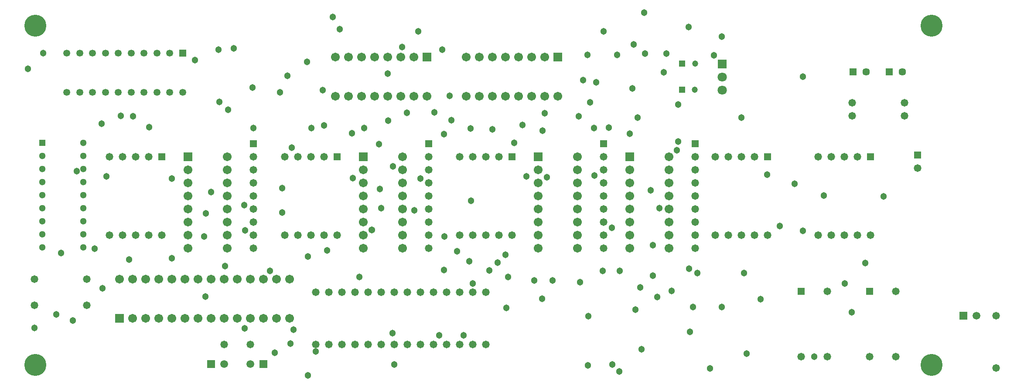
<source format=gbs>
G04*
G04 #@! TF.GenerationSoftware,Altium Limited,Altium Designer,22.10.1 (41)*
G04*
G04 Layer_Color=16711935*
%FSLAX44Y44*%
%MOMM*%
G71*
G04*
G04 #@! TF.SameCoordinates,F08F2889-53CF-420F-BFEE-BD02D6E72818*
G04*
G04*
G04 #@! TF.FilePolarity,Negative*
G04*
G01*
G75*
%ADD17C,1.4732*%
%ADD18R,1.5032X1.5032*%
%ADD19C,1.5032*%
%ADD20R,1.4732X1.4732*%
%ADD21R,1.4732X1.4732*%
%ADD22C,4.2672*%
%ADD23R,1.7032X1.7032*%
%ADD24C,1.7032*%
%ADD25R,1.3500X1.3500*%
%ADD26C,1.3500*%
%ADD27C,1.8032*%
%ADD28R,1.8032X1.8032*%
%ADD29C,1.2000*%
%ADD30R,1.2000X1.2000*%
%ADD31R,1.3000X1.3000*%
%ADD32C,1.3000*%
%ADD33C,1.4500*%
%ADD34R,1.4500X1.4500*%
%ADD35R,1.7032X1.7032*%
%ADD36C,1.3032*%
D17*
X1905000Y-604100D02*
D03*
Y-705700D02*
D03*
X463400Y-295000D02*
D03*
Y-320400D02*
D03*
Y-345800D02*
D03*
Y-371200D02*
D03*
Y-396600D02*
D03*
Y-422000D02*
D03*
Y-447400D02*
D03*
Y-472800D02*
D03*
X803400Y-295000D02*
D03*
Y-320400D02*
D03*
Y-345800D02*
D03*
Y-371200D02*
D03*
Y-396600D02*
D03*
Y-422000D02*
D03*
Y-447400D02*
D03*
Y-472800D02*
D03*
X1143400Y-295000D02*
D03*
Y-320400D02*
D03*
Y-345800D02*
D03*
Y-371200D02*
D03*
Y-396600D02*
D03*
Y-422000D02*
D03*
Y-447400D02*
D03*
Y-472800D02*
D03*
X1321200Y-295000D02*
D03*
Y-320400D02*
D03*
Y-345800D02*
D03*
Y-371200D02*
D03*
Y-396600D02*
D03*
Y-422000D02*
D03*
Y-447400D02*
D03*
Y-472800D02*
D03*
X1526600Y-683500D02*
D03*
X1577400Y-556500D02*
D03*
Y-683500D02*
D03*
X1659600D02*
D03*
X1710400Y-556500D02*
D03*
Y-683500D02*
D03*
X1752600Y-317500D02*
D03*
X406400Y-660400D02*
D03*
X457200D02*
D03*
X584200D02*
D03*
Y-558800D02*
D03*
X609600D02*
D03*
Y-660400D02*
D03*
X635000D02*
D03*
Y-558800D02*
D03*
X660400D02*
D03*
Y-660400D02*
D03*
X685800D02*
D03*
Y-558800D02*
D03*
X711200D02*
D03*
Y-660400D02*
D03*
X736600D02*
D03*
Y-558800D02*
D03*
X762000D02*
D03*
Y-660400D02*
D03*
X787400Y-558800D02*
D03*
Y-660400D02*
D03*
X812800Y-558800D02*
D03*
Y-660400D02*
D03*
X838200Y-558800D02*
D03*
Y-660400D02*
D03*
X863600Y-558800D02*
D03*
Y-660400D02*
D03*
X889000D02*
D03*
Y-558800D02*
D03*
X914400D02*
D03*
Y-660400D02*
D03*
X1727200Y-190500D02*
D03*
X1625600D02*
D03*
X1727200Y-215900D02*
D03*
X1625600D02*
D03*
X38100Y-533400D02*
D03*
X139700D02*
D03*
X38100Y-584200D02*
D03*
X139700D02*
D03*
X184000Y-447400D02*
D03*
X209400D02*
D03*
X234800D02*
D03*
X260200D02*
D03*
X285600D02*
D03*
X184000Y-295000D02*
D03*
X209400D02*
D03*
X260200D02*
D03*
X234800D02*
D03*
X524000Y-447400D02*
D03*
X549400D02*
D03*
X574800D02*
D03*
X600200D02*
D03*
X625600D02*
D03*
X524000Y-295000D02*
D03*
X549400D02*
D03*
X600200D02*
D03*
X574800D02*
D03*
X864000Y-447400D02*
D03*
X889400D02*
D03*
X914800D02*
D03*
X940200D02*
D03*
X965600D02*
D03*
X864000Y-295000D02*
D03*
X889400D02*
D03*
X940200D02*
D03*
X914800D02*
D03*
X1360000Y-447400D02*
D03*
X1385400D02*
D03*
X1410800D02*
D03*
X1436200D02*
D03*
X1461600D02*
D03*
X1360000Y-295000D02*
D03*
X1385400D02*
D03*
X1436200D02*
D03*
X1410800D02*
D03*
X1560000Y-447400D02*
D03*
X1585400D02*
D03*
X1610800D02*
D03*
X1636200D02*
D03*
X1661600D02*
D03*
X1560000Y-295000D02*
D03*
X1585400D02*
D03*
X1636200D02*
D03*
X1610800D02*
D03*
D18*
X1841500Y-604100D02*
D03*
X381000Y-698500D02*
D03*
X482600D02*
D03*
D19*
X1866900Y-604100D02*
D03*
X406400Y-698500D02*
D03*
X457200D02*
D03*
D20*
X463400Y-269600D02*
D03*
X803400D02*
D03*
X1143400D02*
D03*
X1321200D02*
D03*
X1526600Y-556500D02*
D03*
X1659600D02*
D03*
X1752600Y-292100D02*
D03*
D21*
X285600Y-295000D02*
D03*
X625600D02*
D03*
X965600D02*
D03*
X1461600D02*
D03*
X1661600D02*
D03*
D22*
X40000Y-40000D02*
D03*
X1780000D02*
D03*
Y-700000D02*
D03*
X40000D02*
D03*
D23*
X1054100Y-101600D02*
D03*
X203200Y-609600D02*
D03*
X800100Y-101600D02*
D03*
D24*
X1028700D02*
D03*
X1003300D02*
D03*
X977900D02*
D03*
X952500D02*
D03*
X927100D02*
D03*
X901700D02*
D03*
X876300D02*
D03*
X1054100Y-177800D02*
D03*
X1028700D02*
D03*
X1003300D02*
D03*
X977900D02*
D03*
X952500D02*
D03*
X927100D02*
D03*
X901700D02*
D03*
X876300D02*
D03*
X228600Y-609600D02*
D03*
X254000D02*
D03*
X279400D02*
D03*
X304800D02*
D03*
X330200D02*
D03*
X355600D02*
D03*
X381000D02*
D03*
X406400D02*
D03*
X431800D02*
D03*
X457200D02*
D03*
X482600D02*
D03*
X508000D02*
D03*
X533400D02*
D03*
X203200Y-533400D02*
D03*
X228600D02*
D03*
X254000D02*
D03*
X279400D02*
D03*
X304800D02*
D03*
X330200D02*
D03*
X355600D02*
D03*
X381000D02*
D03*
X406400D02*
D03*
X431800D02*
D03*
X457200D02*
D03*
X482600D02*
D03*
X508000D02*
D03*
X533400D02*
D03*
X336400Y-320400D02*
D03*
Y-345800D02*
D03*
Y-371200D02*
D03*
Y-396600D02*
D03*
Y-422000D02*
D03*
Y-447400D02*
D03*
Y-472800D02*
D03*
X412600Y-295000D02*
D03*
Y-320400D02*
D03*
Y-345800D02*
D03*
Y-371200D02*
D03*
Y-396600D02*
D03*
Y-422000D02*
D03*
Y-447400D02*
D03*
Y-472800D02*
D03*
X622300Y-177800D02*
D03*
X647700D02*
D03*
X673100D02*
D03*
X698500D02*
D03*
X723900D02*
D03*
X749300D02*
D03*
X774700D02*
D03*
X800100D02*
D03*
X622300Y-101600D02*
D03*
X647700D02*
D03*
X673100D02*
D03*
X698500D02*
D03*
X723900D02*
D03*
X749300D02*
D03*
X774700D02*
D03*
X1270400Y-472800D02*
D03*
Y-447400D02*
D03*
Y-422000D02*
D03*
Y-396600D02*
D03*
Y-371200D02*
D03*
Y-345800D02*
D03*
Y-320400D02*
D03*
Y-295000D02*
D03*
X1194200Y-472800D02*
D03*
Y-447400D02*
D03*
Y-422000D02*
D03*
Y-396600D02*
D03*
Y-371200D02*
D03*
Y-345800D02*
D03*
Y-320400D02*
D03*
X1092600Y-472800D02*
D03*
Y-447400D02*
D03*
Y-422000D02*
D03*
Y-396600D02*
D03*
Y-371200D02*
D03*
Y-345800D02*
D03*
Y-320400D02*
D03*
Y-295000D02*
D03*
X1016400Y-472800D02*
D03*
Y-447400D02*
D03*
Y-422000D02*
D03*
Y-396600D02*
D03*
Y-371200D02*
D03*
Y-345800D02*
D03*
Y-320400D02*
D03*
X752600Y-472800D02*
D03*
Y-447400D02*
D03*
Y-422000D02*
D03*
Y-396600D02*
D03*
Y-371200D02*
D03*
Y-345800D02*
D03*
Y-320400D02*
D03*
Y-295000D02*
D03*
X676400Y-472800D02*
D03*
Y-447400D02*
D03*
Y-422000D02*
D03*
Y-396600D02*
D03*
Y-371200D02*
D03*
Y-345800D02*
D03*
Y-320400D02*
D03*
D25*
X326000Y-94000D02*
D03*
D26*
X301000D02*
D03*
X276000D02*
D03*
X251000D02*
D03*
X226000D02*
D03*
X201000D02*
D03*
X176000D02*
D03*
X151000D02*
D03*
X126000D02*
D03*
X101000D02*
D03*
Y-170200D02*
D03*
X126000D02*
D03*
X151000D02*
D03*
X176000D02*
D03*
X201000D02*
D03*
X226000D02*
D03*
X251000D02*
D03*
X276000D02*
D03*
X301000D02*
D03*
X326000D02*
D03*
D27*
X1373500Y-165800D02*
D03*
Y-140400D02*
D03*
D28*
Y-115000D02*
D03*
D29*
X1320400Y-165100D02*
D03*
X1320800Y-114300D02*
D03*
D30*
X1295400Y-165100D02*
D03*
X1295800Y-114300D02*
D03*
D31*
X53625Y-267600D02*
D03*
D32*
Y-293000D02*
D03*
Y-318400D02*
D03*
Y-343800D02*
D03*
Y-369200D02*
D03*
Y-394600D02*
D03*
Y-420000D02*
D03*
Y-445400D02*
D03*
Y-470800D02*
D03*
X133000D02*
D03*
Y-445400D02*
D03*
Y-420000D02*
D03*
Y-394600D02*
D03*
Y-369200D02*
D03*
Y-343800D02*
D03*
Y-318400D02*
D03*
Y-293000D02*
D03*
Y-267600D02*
D03*
D33*
X1722700Y-130000D02*
D03*
X1652700D02*
D03*
D34*
X1697300D02*
D03*
X1627300D02*
D03*
D35*
X336400Y-295000D02*
D03*
X1194200D02*
D03*
X1016400D02*
D03*
X676400D02*
D03*
D36*
X461772Y-160870D02*
D03*
X656082Y-336638D02*
D03*
X463400Y-239610D02*
D03*
X1033272Y-334860D02*
D03*
X1124204Y-239610D02*
D03*
X1285240Y-282028D02*
D03*
X709168Y-357974D02*
D03*
X370586Y-405472D02*
D03*
X425030Y-84030D02*
D03*
X783336Y-50888D02*
D03*
X752348Y-81876D02*
D03*
X80518Y-601560D02*
D03*
X724916Y-225132D02*
D03*
X569468Y-489038D02*
D03*
X723900Y-133692D02*
D03*
X395456Y-87188D02*
D03*
X568706Y-720178D02*
D03*
X514812Y-169506D02*
D03*
X844550Y-176872D02*
D03*
X884682Y-240118D02*
D03*
X834136Y-449922D02*
D03*
X1128587Y-150563D02*
D03*
X1159787Y-698588D02*
D03*
X597916Y-165696D02*
D03*
X529336Y-137248D02*
D03*
X25908Y-123808D02*
D03*
X38354Y-627722D02*
D03*
X504444Y-675982D02*
D03*
X535178Y-657948D02*
D03*
X733500Y-638101D02*
D03*
X833374Y-515200D02*
D03*
X1111504Y-96862D02*
D03*
X1169416D02*
D03*
X1201928Y-77050D02*
D03*
X1530096Y-139280D02*
D03*
Y-439254D02*
D03*
X1113272Y-604852D02*
D03*
X1044188Y-535768D02*
D03*
X889000Y-541424D02*
D03*
X567436Y-110531D02*
D03*
X630892Y-47075D02*
D03*
X1625092Y-597496D02*
D03*
X1310686Y-635596D02*
D03*
X1023874Y-571500D02*
D03*
X1153563Y-238248D02*
D03*
X761238Y-209384D02*
D03*
X957484Y-528758D02*
D03*
X1008888Y-535520D02*
D03*
X954278Y-589114D02*
D03*
X1247648Y-567524D02*
D03*
X1103684Y-146465D02*
D03*
X55186Y-94000D02*
D03*
X367792Y-449668D02*
D03*
X408432Y-507580D02*
D03*
X447040Y-438360D02*
D03*
X413747Y-204050D02*
D03*
X305054Y-337654D02*
D03*
X381508Y-363816D02*
D03*
X847598Y-223608D02*
D03*
X707390Y-270598D02*
D03*
X606552Y-476927D02*
D03*
X858774Y-479132D02*
D03*
X921004Y-515962D02*
D03*
X668762Y-528662D02*
D03*
X1514094Y-347494D02*
D03*
X1216523Y-669225D02*
D03*
X584200Y-673696D02*
D03*
X736600Y-698842D02*
D03*
X1686814Y-371944D02*
D03*
X1112266Y-700366D02*
D03*
X1214222Y-549399D02*
D03*
X1309156Y-512384D02*
D03*
X1372870Y-587336D02*
D03*
X1316251D02*
D03*
X1174242Y-516724D02*
D03*
X1141730D02*
D03*
X870919Y-642454D02*
D03*
X823722D02*
D03*
X1421130Y-678014D02*
D03*
X1551940Y-683602D02*
D03*
X1611376Y-541150D02*
D03*
X1024738Y-244080D02*
D03*
X992970Y-333082D02*
D03*
X952754Y-485354D02*
D03*
X1097788Y-538568D02*
D03*
X1159510Y-433158D02*
D03*
X222250Y-495134D02*
D03*
X155362Y-473798D02*
D03*
X260840Y-237324D02*
D03*
X350012Y-107044D02*
D03*
X617474Y-23710D02*
D03*
X1221994Y-14566D02*
D03*
X168402Y-230849D02*
D03*
X120142Y-322922D02*
D03*
X205974Y-215226D02*
D03*
X229958Y-216242D02*
D03*
X814832Y-208876D02*
D03*
X1028700Y-210146D02*
D03*
X1143254Y-51650D02*
D03*
X1325118Y-520788D02*
D03*
X1415796D02*
D03*
X1265428Y-94068D02*
D03*
X1223518D02*
D03*
X1307846Y-43014D02*
D03*
X1259536Y-130928D02*
D03*
X1239012Y-526630D02*
D03*
Y-466686D02*
D03*
X1485141Y-429856D02*
D03*
X1357630Y-97878D02*
D03*
X1117092Y-189318D02*
D03*
X112776Y-613752D02*
D03*
X1650746Y-501738D02*
D03*
X1460246Y-329526D02*
D03*
X1570482Y-370674D02*
D03*
X1350010Y-706970D02*
D03*
X1173734Y-712558D02*
D03*
X775716Y-398884D02*
D03*
X678012Y-238934D02*
D03*
X600200Y-233878D02*
D03*
X1275588Y-555586D02*
D03*
X446532Y-628484D02*
D03*
X540766Y-631532D02*
D03*
X1204722Y-591908D02*
D03*
X1251458Y-394804D02*
D03*
X693166Y-437222D02*
D03*
X733806Y-313489D02*
D03*
X885698Y-380326D02*
D03*
X969265Y-267803D02*
D03*
X985774Y-233006D02*
D03*
X1125474Y-331812D02*
D03*
X1094508Y-216518D02*
D03*
X305308Y-492086D02*
D03*
X495808Y-516724D02*
D03*
X370078Y-566508D02*
D03*
X177546Y-333596D02*
D03*
X170301Y-551135D02*
D03*
X1234694Y-360260D02*
D03*
X1194200Y-250528D02*
D03*
X1198880Y-162140D02*
D03*
X1208786Y-219290D02*
D03*
X1288288Y-193128D02*
D03*
Y-265264D02*
D03*
X882396Y-497928D02*
D03*
X927100Y-241388D02*
D03*
X1447546Y-572096D02*
D03*
X1410716Y-218782D02*
D03*
X1372870Y-61810D02*
D03*
X829564Y-86956D02*
D03*
X833120Y-251040D02*
D03*
X692912Y-437222D02*
D03*
X518922Y-403186D02*
D03*
Y-356196D02*
D03*
X537718Y-277710D02*
D03*
X575818Y-239610D02*
D03*
X90170Y-481945D02*
D03*
X654812Y-249516D02*
D03*
X396941Y-188410D02*
D03*
X787400Y-337400D02*
D03*
X710946Y-395058D02*
D03*
X937006Y-501230D02*
D03*
X445770Y-388708D02*
D03*
M02*

</source>
